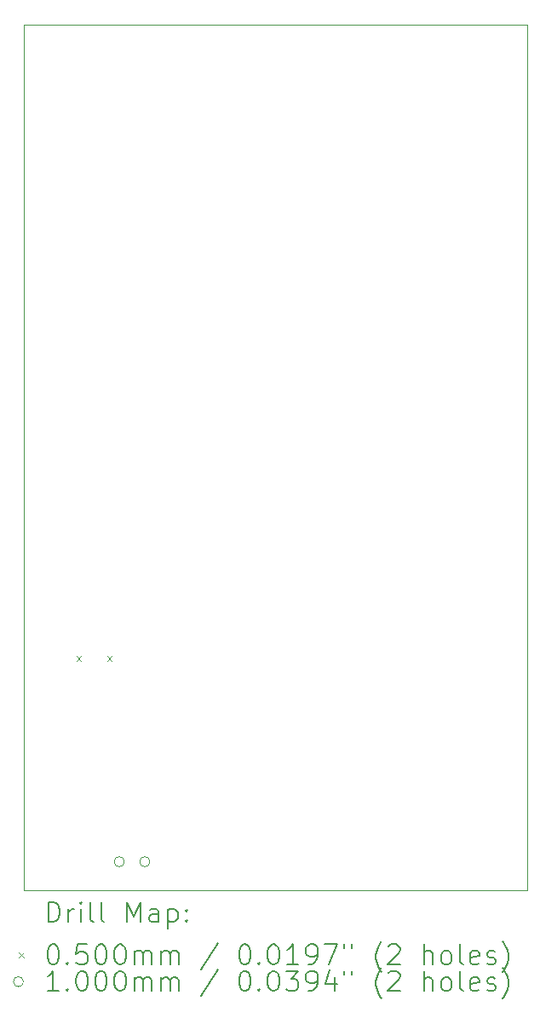
<source format=gbr>
%TF.GenerationSoftware,KiCad,Pcbnew,7.0.1*%
%TF.CreationDate,2023-04-12T14:45:34+09:00*%
%TF.ProjectId,KiCad_SP,4b694361-645f-4535-902e-6b696361645f,rev?*%
%TF.SameCoordinates,PX6422c40PY8a48640*%
%TF.FileFunction,Drillmap*%
%TF.FilePolarity,Positive*%
%FSLAX45Y45*%
G04 Gerber Fmt 4.5, Leading zero omitted, Abs format (unit mm)*
G04 Created by KiCad (PCBNEW 7.0.1) date 2023-04-12 14:45:34*
%MOMM*%
%LPD*%
G01*
G04 APERTURE LIST*
%ADD10C,0.100000*%
%ADD11C,0.200000*%
%ADD12C,0.050000*%
G04 APERTURE END LIST*
D10*
X0Y8600000D02*
X5000000Y8600000D01*
X5000000Y0D01*
X0Y0D01*
X0Y8600000D01*
D11*
D12*
X520000Y2325000D02*
X570000Y2275000D01*
X570000Y2325000D02*
X520000Y2275000D01*
X825000Y2325000D02*
X875000Y2275000D01*
X875000Y2325000D02*
X825000Y2275000D01*
D10*
X997500Y282500D02*
G75*
G03*
X997500Y282500I-50000J0D01*
G01*
X1251500Y282500D02*
G75*
G03*
X1251500Y282500I-50000J0D01*
G01*
D11*
X242619Y-317524D02*
X242619Y-117524D01*
X242619Y-117524D02*
X290238Y-117524D01*
X290238Y-117524D02*
X318810Y-127048D01*
X318810Y-127048D02*
X337857Y-146095D01*
X337857Y-146095D02*
X347381Y-165143D01*
X347381Y-165143D02*
X356905Y-203238D01*
X356905Y-203238D02*
X356905Y-231809D01*
X356905Y-231809D02*
X347381Y-269905D01*
X347381Y-269905D02*
X337857Y-288952D01*
X337857Y-288952D02*
X318810Y-308000D01*
X318810Y-308000D02*
X290238Y-317524D01*
X290238Y-317524D02*
X242619Y-317524D01*
X442619Y-317524D02*
X442619Y-184190D01*
X442619Y-222286D02*
X452143Y-203238D01*
X452143Y-203238D02*
X461667Y-193714D01*
X461667Y-193714D02*
X480714Y-184190D01*
X480714Y-184190D02*
X499762Y-184190D01*
X566429Y-317524D02*
X566429Y-184190D01*
X566429Y-117524D02*
X556905Y-127048D01*
X556905Y-127048D02*
X566429Y-136571D01*
X566429Y-136571D02*
X575952Y-127048D01*
X575952Y-127048D02*
X566429Y-117524D01*
X566429Y-117524D02*
X566429Y-136571D01*
X690238Y-317524D02*
X671190Y-308000D01*
X671190Y-308000D02*
X661667Y-288952D01*
X661667Y-288952D02*
X661667Y-117524D01*
X795000Y-317524D02*
X775952Y-308000D01*
X775952Y-308000D02*
X766428Y-288952D01*
X766428Y-288952D02*
X766428Y-117524D01*
X1023571Y-317524D02*
X1023571Y-117524D01*
X1023571Y-117524D02*
X1090238Y-260381D01*
X1090238Y-260381D02*
X1156905Y-117524D01*
X1156905Y-117524D02*
X1156905Y-317524D01*
X1337857Y-317524D02*
X1337857Y-212762D01*
X1337857Y-212762D02*
X1328333Y-193714D01*
X1328333Y-193714D02*
X1309286Y-184190D01*
X1309286Y-184190D02*
X1271190Y-184190D01*
X1271190Y-184190D02*
X1252143Y-193714D01*
X1337857Y-308000D02*
X1318810Y-317524D01*
X1318810Y-317524D02*
X1271190Y-317524D01*
X1271190Y-317524D02*
X1252143Y-308000D01*
X1252143Y-308000D02*
X1242619Y-288952D01*
X1242619Y-288952D02*
X1242619Y-269905D01*
X1242619Y-269905D02*
X1252143Y-250857D01*
X1252143Y-250857D02*
X1271190Y-241333D01*
X1271190Y-241333D02*
X1318810Y-241333D01*
X1318810Y-241333D02*
X1337857Y-231809D01*
X1433095Y-184190D02*
X1433095Y-384190D01*
X1433095Y-193714D02*
X1452143Y-184190D01*
X1452143Y-184190D02*
X1490238Y-184190D01*
X1490238Y-184190D02*
X1509286Y-193714D01*
X1509286Y-193714D02*
X1518809Y-203238D01*
X1518809Y-203238D02*
X1528333Y-222286D01*
X1528333Y-222286D02*
X1528333Y-279429D01*
X1528333Y-279429D02*
X1518809Y-298476D01*
X1518809Y-298476D02*
X1509286Y-308000D01*
X1509286Y-308000D02*
X1490238Y-317524D01*
X1490238Y-317524D02*
X1452143Y-317524D01*
X1452143Y-317524D02*
X1433095Y-308000D01*
X1614048Y-298476D02*
X1623571Y-308000D01*
X1623571Y-308000D02*
X1614048Y-317524D01*
X1614048Y-317524D02*
X1604524Y-308000D01*
X1604524Y-308000D02*
X1614048Y-298476D01*
X1614048Y-298476D02*
X1614048Y-317524D01*
X1614048Y-193714D02*
X1623571Y-203238D01*
X1623571Y-203238D02*
X1614048Y-212762D01*
X1614048Y-212762D02*
X1604524Y-203238D01*
X1604524Y-203238D02*
X1614048Y-193714D01*
X1614048Y-193714D02*
X1614048Y-212762D01*
D12*
X-55000Y-620000D02*
X-5000Y-670000D01*
X-5000Y-620000D02*
X-55000Y-670000D01*
D11*
X280714Y-537524D02*
X299762Y-537524D01*
X299762Y-537524D02*
X318810Y-547048D01*
X318810Y-547048D02*
X328333Y-556571D01*
X328333Y-556571D02*
X337857Y-575619D01*
X337857Y-575619D02*
X347381Y-613714D01*
X347381Y-613714D02*
X347381Y-661333D01*
X347381Y-661333D02*
X337857Y-699428D01*
X337857Y-699428D02*
X328333Y-718476D01*
X328333Y-718476D02*
X318810Y-728000D01*
X318810Y-728000D02*
X299762Y-737524D01*
X299762Y-737524D02*
X280714Y-737524D01*
X280714Y-737524D02*
X261667Y-728000D01*
X261667Y-728000D02*
X252143Y-718476D01*
X252143Y-718476D02*
X242619Y-699428D01*
X242619Y-699428D02*
X233095Y-661333D01*
X233095Y-661333D02*
X233095Y-613714D01*
X233095Y-613714D02*
X242619Y-575619D01*
X242619Y-575619D02*
X252143Y-556571D01*
X252143Y-556571D02*
X261667Y-547048D01*
X261667Y-547048D02*
X280714Y-537524D01*
X433095Y-718476D02*
X442619Y-728000D01*
X442619Y-728000D02*
X433095Y-737524D01*
X433095Y-737524D02*
X423571Y-728000D01*
X423571Y-728000D02*
X433095Y-718476D01*
X433095Y-718476D02*
X433095Y-737524D01*
X623571Y-537524D02*
X528333Y-537524D01*
X528333Y-537524D02*
X518809Y-632762D01*
X518809Y-632762D02*
X528333Y-623238D01*
X528333Y-623238D02*
X547381Y-613714D01*
X547381Y-613714D02*
X595000Y-613714D01*
X595000Y-613714D02*
X614048Y-623238D01*
X614048Y-623238D02*
X623571Y-632762D01*
X623571Y-632762D02*
X633095Y-651810D01*
X633095Y-651810D02*
X633095Y-699428D01*
X633095Y-699428D02*
X623571Y-718476D01*
X623571Y-718476D02*
X614048Y-728000D01*
X614048Y-728000D02*
X595000Y-737524D01*
X595000Y-737524D02*
X547381Y-737524D01*
X547381Y-737524D02*
X528333Y-728000D01*
X528333Y-728000D02*
X518809Y-718476D01*
X756905Y-537524D02*
X775952Y-537524D01*
X775952Y-537524D02*
X795000Y-547048D01*
X795000Y-547048D02*
X804524Y-556571D01*
X804524Y-556571D02*
X814048Y-575619D01*
X814048Y-575619D02*
X823571Y-613714D01*
X823571Y-613714D02*
X823571Y-661333D01*
X823571Y-661333D02*
X814048Y-699428D01*
X814048Y-699428D02*
X804524Y-718476D01*
X804524Y-718476D02*
X795000Y-728000D01*
X795000Y-728000D02*
X775952Y-737524D01*
X775952Y-737524D02*
X756905Y-737524D01*
X756905Y-737524D02*
X737857Y-728000D01*
X737857Y-728000D02*
X728333Y-718476D01*
X728333Y-718476D02*
X718809Y-699428D01*
X718809Y-699428D02*
X709286Y-661333D01*
X709286Y-661333D02*
X709286Y-613714D01*
X709286Y-613714D02*
X718809Y-575619D01*
X718809Y-575619D02*
X728333Y-556571D01*
X728333Y-556571D02*
X737857Y-547048D01*
X737857Y-547048D02*
X756905Y-537524D01*
X947381Y-537524D02*
X966429Y-537524D01*
X966429Y-537524D02*
X985476Y-547048D01*
X985476Y-547048D02*
X995000Y-556571D01*
X995000Y-556571D02*
X1004524Y-575619D01*
X1004524Y-575619D02*
X1014048Y-613714D01*
X1014048Y-613714D02*
X1014048Y-661333D01*
X1014048Y-661333D02*
X1004524Y-699428D01*
X1004524Y-699428D02*
X995000Y-718476D01*
X995000Y-718476D02*
X985476Y-728000D01*
X985476Y-728000D02*
X966429Y-737524D01*
X966429Y-737524D02*
X947381Y-737524D01*
X947381Y-737524D02*
X928333Y-728000D01*
X928333Y-728000D02*
X918809Y-718476D01*
X918809Y-718476D02*
X909286Y-699428D01*
X909286Y-699428D02*
X899762Y-661333D01*
X899762Y-661333D02*
X899762Y-613714D01*
X899762Y-613714D02*
X909286Y-575619D01*
X909286Y-575619D02*
X918809Y-556571D01*
X918809Y-556571D02*
X928333Y-547048D01*
X928333Y-547048D02*
X947381Y-537524D01*
X1099762Y-737524D02*
X1099762Y-604190D01*
X1099762Y-623238D02*
X1109286Y-613714D01*
X1109286Y-613714D02*
X1128333Y-604190D01*
X1128333Y-604190D02*
X1156905Y-604190D01*
X1156905Y-604190D02*
X1175952Y-613714D01*
X1175952Y-613714D02*
X1185476Y-632762D01*
X1185476Y-632762D02*
X1185476Y-737524D01*
X1185476Y-632762D02*
X1195000Y-613714D01*
X1195000Y-613714D02*
X1214048Y-604190D01*
X1214048Y-604190D02*
X1242619Y-604190D01*
X1242619Y-604190D02*
X1261667Y-613714D01*
X1261667Y-613714D02*
X1271191Y-632762D01*
X1271191Y-632762D02*
X1271191Y-737524D01*
X1366429Y-737524D02*
X1366429Y-604190D01*
X1366429Y-623238D02*
X1375952Y-613714D01*
X1375952Y-613714D02*
X1395000Y-604190D01*
X1395000Y-604190D02*
X1423571Y-604190D01*
X1423571Y-604190D02*
X1442619Y-613714D01*
X1442619Y-613714D02*
X1452143Y-632762D01*
X1452143Y-632762D02*
X1452143Y-737524D01*
X1452143Y-632762D02*
X1461667Y-613714D01*
X1461667Y-613714D02*
X1480714Y-604190D01*
X1480714Y-604190D02*
X1509286Y-604190D01*
X1509286Y-604190D02*
X1528333Y-613714D01*
X1528333Y-613714D02*
X1537857Y-632762D01*
X1537857Y-632762D02*
X1537857Y-737524D01*
X1928333Y-528000D02*
X1756905Y-785143D01*
X2185476Y-537524D02*
X2204524Y-537524D01*
X2204524Y-537524D02*
X2223572Y-547048D01*
X2223572Y-547048D02*
X2233095Y-556571D01*
X2233095Y-556571D02*
X2242619Y-575619D01*
X2242619Y-575619D02*
X2252143Y-613714D01*
X2252143Y-613714D02*
X2252143Y-661333D01*
X2252143Y-661333D02*
X2242619Y-699428D01*
X2242619Y-699428D02*
X2233095Y-718476D01*
X2233095Y-718476D02*
X2223572Y-728000D01*
X2223572Y-728000D02*
X2204524Y-737524D01*
X2204524Y-737524D02*
X2185476Y-737524D01*
X2185476Y-737524D02*
X2166429Y-728000D01*
X2166429Y-728000D02*
X2156905Y-718476D01*
X2156905Y-718476D02*
X2147381Y-699428D01*
X2147381Y-699428D02*
X2137857Y-661333D01*
X2137857Y-661333D02*
X2137857Y-613714D01*
X2137857Y-613714D02*
X2147381Y-575619D01*
X2147381Y-575619D02*
X2156905Y-556571D01*
X2156905Y-556571D02*
X2166429Y-547048D01*
X2166429Y-547048D02*
X2185476Y-537524D01*
X2337857Y-718476D02*
X2347381Y-728000D01*
X2347381Y-728000D02*
X2337857Y-737524D01*
X2337857Y-737524D02*
X2328334Y-728000D01*
X2328334Y-728000D02*
X2337857Y-718476D01*
X2337857Y-718476D02*
X2337857Y-737524D01*
X2471191Y-537524D02*
X2490238Y-537524D01*
X2490238Y-537524D02*
X2509286Y-547048D01*
X2509286Y-547048D02*
X2518810Y-556571D01*
X2518810Y-556571D02*
X2528334Y-575619D01*
X2528334Y-575619D02*
X2537857Y-613714D01*
X2537857Y-613714D02*
X2537857Y-661333D01*
X2537857Y-661333D02*
X2528334Y-699428D01*
X2528334Y-699428D02*
X2518810Y-718476D01*
X2518810Y-718476D02*
X2509286Y-728000D01*
X2509286Y-728000D02*
X2490238Y-737524D01*
X2490238Y-737524D02*
X2471191Y-737524D01*
X2471191Y-737524D02*
X2452143Y-728000D01*
X2452143Y-728000D02*
X2442619Y-718476D01*
X2442619Y-718476D02*
X2433095Y-699428D01*
X2433095Y-699428D02*
X2423572Y-661333D01*
X2423572Y-661333D02*
X2423572Y-613714D01*
X2423572Y-613714D02*
X2433095Y-575619D01*
X2433095Y-575619D02*
X2442619Y-556571D01*
X2442619Y-556571D02*
X2452143Y-547048D01*
X2452143Y-547048D02*
X2471191Y-537524D01*
X2728334Y-737524D02*
X2614048Y-737524D01*
X2671191Y-737524D02*
X2671191Y-537524D01*
X2671191Y-537524D02*
X2652143Y-566095D01*
X2652143Y-566095D02*
X2633095Y-585143D01*
X2633095Y-585143D02*
X2614048Y-594667D01*
X2823572Y-737524D02*
X2861667Y-737524D01*
X2861667Y-737524D02*
X2880714Y-728000D01*
X2880714Y-728000D02*
X2890238Y-718476D01*
X2890238Y-718476D02*
X2909286Y-689905D01*
X2909286Y-689905D02*
X2918810Y-651810D01*
X2918810Y-651810D02*
X2918810Y-575619D01*
X2918810Y-575619D02*
X2909286Y-556571D01*
X2909286Y-556571D02*
X2899762Y-547048D01*
X2899762Y-547048D02*
X2880714Y-537524D01*
X2880714Y-537524D02*
X2842619Y-537524D01*
X2842619Y-537524D02*
X2823572Y-547048D01*
X2823572Y-547048D02*
X2814048Y-556571D01*
X2814048Y-556571D02*
X2804524Y-575619D01*
X2804524Y-575619D02*
X2804524Y-623238D01*
X2804524Y-623238D02*
X2814048Y-642286D01*
X2814048Y-642286D02*
X2823572Y-651810D01*
X2823572Y-651810D02*
X2842619Y-661333D01*
X2842619Y-661333D02*
X2880714Y-661333D01*
X2880714Y-661333D02*
X2899762Y-651810D01*
X2899762Y-651810D02*
X2909286Y-642286D01*
X2909286Y-642286D02*
X2918810Y-623238D01*
X2985476Y-537524D02*
X3118810Y-537524D01*
X3118810Y-537524D02*
X3033095Y-737524D01*
X3185476Y-537524D02*
X3185476Y-575619D01*
X3261667Y-537524D02*
X3261667Y-575619D01*
X3556905Y-813714D02*
X3547381Y-804190D01*
X3547381Y-804190D02*
X3528334Y-775619D01*
X3528334Y-775619D02*
X3518810Y-756571D01*
X3518810Y-756571D02*
X3509286Y-728000D01*
X3509286Y-728000D02*
X3499762Y-680381D01*
X3499762Y-680381D02*
X3499762Y-642286D01*
X3499762Y-642286D02*
X3509286Y-594667D01*
X3509286Y-594667D02*
X3518810Y-566095D01*
X3518810Y-566095D02*
X3528334Y-547048D01*
X3528334Y-547048D02*
X3547381Y-518476D01*
X3547381Y-518476D02*
X3556905Y-508952D01*
X3623572Y-556571D02*
X3633095Y-547048D01*
X3633095Y-547048D02*
X3652143Y-537524D01*
X3652143Y-537524D02*
X3699762Y-537524D01*
X3699762Y-537524D02*
X3718810Y-547048D01*
X3718810Y-547048D02*
X3728334Y-556571D01*
X3728334Y-556571D02*
X3737857Y-575619D01*
X3737857Y-575619D02*
X3737857Y-594667D01*
X3737857Y-594667D02*
X3728334Y-623238D01*
X3728334Y-623238D02*
X3614048Y-737524D01*
X3614048Y-737524D02*
X3737857Y-737524D01*
X3975953Y-737524D02*
X3975953Y-537524D01*
X4061667Y-737524D02*
X4061667Y-632762D01*
X4061667Y-632762D02*
X4052143Y-613714D01*
X4052143Y-613714D02*
X4033096Y-604190D01*
X4033096Y-604190D02*
X4004524Y-604190D01*
X4004524Y-604190D02*
X3985476Y-613714D01*
X3985476Y-613714D02*
X3975953Y-623238D01*
X4185476Y-737524D02*
X4166429Y-728000D01*
X4166429Y-728000D02*
X4156905Y-718476D01*
X4156905Y-718476D02*
X4147381Y-699428D01*
X4147381Y-699428D02*
X4147381Y-642286D01*
X4147381Y-642286D02*
X4156905Y-623238D01*
X4156905Y-623238D02*
X4166429Y-613714D01*
X4166429Y-613714D02*
X4185476Y-604190D01*
X4185476Y-604190D02*
X4214048Y-604190D01*
X4214048Y-604190D02*
X4233096Y-613714D01*
X4233096Y-613714D02*
X4242619Y-623238D01*
X4242619Y-623238D02*
X4252143Y-642286D01*
X4252143Y-642286D02*
X4252143Y-699428D01*
X4252143Y-699428D02*
X4242619Y-718476D01*
X4242619Y-718476D02*
X4233096Y-728000D01*
X4233096Y-728000D02*
X4214048Y-737524D01*
X4214048Y-737524D02*
X4185476Y-737524D01*
X4366429Y-737524D02*
X4347381Y-728000D01*
X4347381Y-728000D02*
X4337858Y-708952D01*
X4337858Y-708952D02*
X4337858Y-537524D01*
X4518810Y-728000D02*
X4499762Y-737524D01*
X4499762Y-737524D02*
X4461667Y-737524D01*
X4461667Y-737524D02*
X4442619Y-728000D01*
X4442619Y-728000D02*
X4433096Y-708952D01*
X4433096Y-708952D02*
X4433096Y-632762D01*
X4433096Y-632762D02*
X4442619Y-613714D01*
X4442619Y-613714D02*
X4461667Y-604190D01*
X4461667Y-604190D02*
X4499762Y-604190D01*
X4499762Y-604190D02*
X4518810Y-613714D01*
X4518810Y-613714D02*
X4528334Y-632762D01*
X4528334Y-632762D02*
X4528334Y-651810D01*
X4528334Y-651810D02*
X4433096Y-670857D01*
X4604524Y-728000D02*
X4623572Y-737524D01*
X4623572Y-737524D02*
X4661667Y-737524D01*
X4661667Y-737524D02*
X4680715Y-728000D01*
X4680715Y-728000D02*
X4690239Y-708952D01*
X4690239Y-708952D02*
X4690239Y-699428D01*
X4690239Y-699428D02*
X4680715Y-680381D01*
X4680715Y-680381D02*
X4661667Y-670857D01*
X4661667Y-670857D02*
X4633096Y-670857D01*
X4633096Y-670857D02*
X4614048Y-661333D01*
X4614048Y-661333D02*
X4604524Y-642286D01*
X4604524Y-642286D02*
X4604524Y-632762D01*
X4604524Y-632762D02*
X4614048Y-613714D01*
X4614048Y-613714D02*
X4633096Y-604190D01*
X4633096Y-604190D02*
X4661667Y-604190D01*
X4661667Y-604190D02*
X4680715Y-613714D01*
X4756905Y-813714D02*
X4766429Y-804190D01*
X4766429Y-804190D02*
X4785477Y-775619D01*
X4785477Y-775619D02*
X4795000Y-756571D01*
X4795000Y-756571D02*
X4804524Y-728000D01*
X4804524Y-728000D02*
X4814048Y-680381D01*
X4814048Y-680381D02*
X4814048Y-642286D01*
X4814048Y-642286D02*
X4804524Y-594667D01*
X4804524Y-594667D02*
X4795000Y-566095D01*
X4795000Y-566095D02*
X4785477Y-547048D01*
X4785477Y-547048D02*
X4766429Y-518476D01*
X4766429Y-518476D02*
X4756905Y-508952D01*
D10*
X-5000Y-909000D02*
G75*
G03*
X-5000Y-909000I-50000J0D01*
G01*
D11*
X347381Y-1001524D02*
X233095Y-1001524D01*
X290238Y-1001524D02*
X290238Y-801524D01*
X290238Y-801524D02*
X271190Y-830095D01*
X271190Y-830095D02*
X252143Y-849143D01*
X252143Y-849143D02*
X233095Y-858667D01*
X433095Y-982476D02*
X442619Y-992000D01*
X442619Y-992000D02*
X433095Y-1001524D01*
X433095Y-1001524D02*
X423571Y-992000D01*
X423571Y-992000D02*
X433095Y-982476D01*
X433095Y-982476D02*
X433095Y-1001524D01*
X566429Y-801524D02*
X585476Y-801524D01*
X585476Y-801524D02*
X604524Y-811048D01*
X604524Y-811048D02*
X614048Y-820571D01*
X614048Y-820571D02*
X623571Y-839619D01*
X623571Y-839619D02*
X633095Y-877714D01*
X633095Y-877714D02*
X633095Y-925333D01*
X633095Y-925333D02*
X623571Y-963428D01*
X623571Y-963428D02*
X614048Y-982476D01*
X614048Y-982476D02*
X604524Y-992000D01*
X604524Y-992000D02*
X585476Y-1001524D01*
X585476Y-1001524D02*
X566429Y-1001524D01*
X566429Y-1001524D02*
X547381Y-992000D01*
X547381Y-992000D02*
X537857Y-982476D01*
X537857Y-982476D02*
X528333Y-963428D01*
X528333Y-963428D02*
X518809Y-925333D01*
X518809Y-925333D02*
X518809Y-877714D01*
X518809Y-877714D02*
X528333Y-839619D01*
X528333Y-839619D02*
X537857Y-820571D01*
X537857Y-820571D02*
X547381Y-811048D01*
X547381Y-811048D02*
X566429Y-801524D01*
X756905Y-801524D02*
X775952Y-801524D01*
X775952Y-801524D02*
X795000Y-811048D01*
X795000Y-811048D02*
X804524Y-820571D01*
X804524Y-820571D02*
X814048Y-839619D01*
X814048Y-839619D02*
X823571Y-877714D01*
X823571Y-877714D02*
X823571Y-925333D01*
X823571Y-925333D02*
X814048Y-963428D01*
X814048Y-963428D02*
X804524Y-982476D01*
X804524Y-982476D02*
X795000Y-992000D01*
X795000Y-992000D02*
X775952Y-1001524D01*
X775952Y-1001524D02*
X756905Y-1001524D01*
X756905Y-1001524D02*
X737857Y-992000D01*
X737857Y-992000D02*
X728333Y-982476D01*
X728333Y-982476D02*
X718809Y-963428D01*
X718809Y-963428D02*
X709286Y-925333D01*
X709286Y-925333D02*
X709286Y-877714D01*
X709286Y-877714D02*
X718809Y-839619D01*
X718809Y-839619D02*
X728333Y-820571D01*
X728333Y-820571D02*
X737857Y-811048D01*
X737857Y-811048D02*
X756905Y-801524D01*
X947381Y-801524D02*
X966429Y-801524D01*
X966429Y-801524D02*
X985476Y-811048D01*
X985476Y-811048D02*
X995000Y-820571D01*
X995000Y-820571D02*
X1004524Y-839619D01*
X1004524Y-839619D02*
X1014048Y-877714D01*
X1014048Y-877714D02*
X1014048Y-925333D01*
X1014048Y-925333D02*
X1004524Y-963428D01*
X1004524Y-963428D02*
X995000Y-982476D01*
X995000Y-982476D02*
X985476Y-992000D01*
X985476Y-992000D02*
X966429Y-1001524D01*
X966429Y-1001524D02*
X947381Y-1001524D01*
X947381Y-1001524D02*
X928333Y-992000D01*
X928333Y-992000D02*
X918809Y-982476D01*
X918809Y-982476D02*
X909286Y-963428D01*
X909286Y-963428D02*
X899762Y-925333D01*
X899762Y-925333D02*
X899762Y-877714D01*
X899762Y-877714D02*
X909286Y-839619D01*
X909286Y-839619D02*
X918809Y-820571D01*
X918809Y-820571D02*
X928333Y-811048D01*
X928333Y-811048D02*
X947381Y-801524D01*
X1099762Y-1001524D02*
X1099762Y-868190D01*
X1099762Y-887238D02*
X1109286Y-877714D01*
X1109286Y-877714D02*
X1128333Y-868190D01*
X1128333Y-868190D02*
X1156905Y-868190D01*
X1156905Y-868190D02*
X1175952Y-877714D01*
X1175952Y-877714D02*
X1185476Y-896762D01*
X1185476Y-896762D02*
X1185476Y-1001524D01*
X1185476Y-896762D02*
X1195000Y-877714D01*
X1195000Y-877714D02*
X1214048Y-868190D01*
X1214048Y-868190D02*
X1242619Y-868190D01*
X1242619Y-868190D02*
X1261667Y-877714D01*
X1261667Y-877714D02*
X1271191Y-896762D01*
X1271191Y-896762D02*
X1271191Y-1001524D01*
X1366429Y-1001524D02*
X1366429Y-868190D01*
X1366429Y-887238D02*
X1375952Y-877714D01*
X1375952Y-877714D02*
X1395000Y-868190D01*
X1395000Y-868190D02*
X1423571Y-868190D01*
X1423571Y-868190D02*
X1442619Y-877714D01*
X1442619Y-877714D02*
X1452143Y-896762D01*
X1452143Y-896762D02*
X1452143Y-1001524D01*
X1452143Y-896762D02*
X1461667Y-877714D01*
X1461667Y-877714D02*
X1480714Y-868190D01*
X1480714Y-868190D02*
X1509286Y-868190D01*
X1509286Y-868190D02*
X1528333Y-877714D01*
X1528333Y-877714D02*
X1537857Y-896762D01*
X1537857Y-896762D02*
X1537857Y-1001524D01*
X1928333Y-792000D02*
X1756905Y-1049143D01*
X2185476Y-801524D02*
X2204524Y-801524D01*
X2204524Y-801524D02*
X2223572Y-811048D01*
X2223572Y-811048D02*
X2233095Y-820571D01*
X2233095Y-820571D02*
X2242619Y-839619D01*
X2242619Y-839619D02*
X2252143Y-877714D01*
X2252143Y-877714D02*
X2252143Y-925333D01*
X2252143Y-925333D02*
X2242619Y-963428D01*
X2242619Y-963428D02*
X2233095Y-982476D01*
X2233095Y-982476D02*
X2223572Y-992000D01*
X2223572Y-992000D02*
X2204524Y-1001524D01*
X2204524Y-1001524D02*
X2185476Y-1001524D01*
X2185476Y-1001524D02*
X2166429Y-992000D01*
X2166429Y-992000D02*
X2156905Y-982476D01*
X2156905Y-982476D02*
X2147381Y-963428D01*
X2147381Y-963428D02*
X2137857Y-925333D01*
X2137857Y-925333D02*
X2137857Y-877714D01*
X2137857Y-877714D02*
X2147381Y-839619D01*
X2147381Y-839619D02*
X2156905Y-820571D01*
X2156905Y-820571D02*
X2166429Y-811048D01*
X2166429Y-811048D02*
X2185476Y-801524D01*
X2337857Y-982476D02*
X2347381Y-992000D01*
X2347381Y-992000D02*
X2337857Y-1001524D01*
X2337857Y-1001524D02*
X2328334Y-992000D01*
X2328334Y-992000D02*
X2337857Y-982476D01*
X2337857Y-982476D02*
X2337857Y-1001524D01*
X2471191Y-801524D02*
X2490238Y-801524D01*
X2490238Y-801524D02*
X2509286Y-811048D01*
X2509286Y-811048D02*
X2518810Y-820571D01*
X2518810Y-820571D02*
X2528334Y-839619D01*
X2528334Y-839619D02*
X2537857Y-877714D01*
X2537857Y-877714D02*
X2537857Y-925333D01*
X2537857Y-925333D02*
X2528334Y-963428D01*
X2528334Y-963428D02*
X2518810Y-982476D01*
X2518810Y-982476D02*
X2509286Y-992000D01*
X2509286Y-992000D02*
X2490238Y-1001524D01*
X2490238Y-1001524D02*
X2471191Y-1001524D01*
X2471191Y-1001524D02*
X2452143Y-992000D01*
X2452143Y-992000D02*
X2442619Y-982476D01*
X2442619Y-982476D02*
X2433095Y-963428D01*
X2433095Y-963428D02*
X2423572Y-925333D01*
X2423572Y-925333D02*
X2423572Y-877714D01*
X2423572Y-877714D02*
X2433095Y-839619D01*
X2433095Y-839619D02*
X2442619Y-820571D01*
X2442619Y-820571D02*
X2452143Y-811048D01*
X2452143Y-811048D02*
X2471191Y-801524D01*
X2604524Y-801524D02*
X2728334Y-801524D01*
X2728334Y-801524D02*
X2661667Y-877714D01*
X2661667Y-877714D02*
X2690238Y-877714D01*
X2690238Y-877714D02*
X2709286Y-887238D01*
X2709286Y-887238D02*
X2718810Y-896762D01*
X2718810Y-896762D02*
X2728334Y-915809D01*
X2728334Y-915809D02*
X2728334Y-963428D01*
X2728334Y-963428D02*
X2718810Y-982476D01*
X2718810Y-982476D02*
X2709286Y-992000D01*
X2709286Y-992000D02*
X2690238Y-1001524D01*
X2690238Y-1001524D02*
X2633095Y-1001524D01*
X2633095Y-1001524D02*
X2614048Y-992000D01*
X2614048Y-992000D02*
X2604524Y-982476D01*
X2823572Y-1001524D02*
X2861667Y-1001524D01*
X2861667Y-1001524D02*
X2880714Y-992000D01*
X2880714Y-992000D02*
X2890238Y-982476D01*
X2890238Y-982476D02*
X2909286Y-953905D01*
X2909286Y-953905D02*
X2918810Y-915809D01*
X2918810Y-915809D02*
X2918810Y-839619D01*
X2918810Y-839619D02*
X2909286Y-820571D01*
X2909286Y-820571D02*
X2899762Y-811048D01*
X2899762Y-811048D02*
X2880714Y-801524D01*
X2880714Y-801524D02*
X2842619Y-801524D01*
X2842619Y-801524D02*
X2823572Y-811048D01*
X2823572Y-811048D02*
X2814048Y-820571D01*
X2814048Y-820571D02*
X2804524Y-839619D01*
X2804524Y-839619D02*
X2804524Y-887238D01*
X2804524Y-887238D02*
X2814048Y-906286D01*
X2814048Y-906286D02*
X2823572Y-915809D01*
X2823572Y-915809D02*
X2842619Y-925333D01*
X2842619Y-925333D02*
X2880714Y-925333D01*
X2880714Y-925333D02*
X2899762Y-915809D01*
X2899762Y-915809D02*
X2909286Y-906286D01*
X2909286Y-906286D02*
X2918810Y-887238D01*
X3090238Y-868190D02*
X3090238Y-1001524D01*
X3042619Y-792000D02*
X2995000Y-934857D01*
X2995000Y-934857D02*
X3118810Y-934857D01*
X3185476Y-801524D02*
X3185476Y-839619D01*
X3261667Y-801524D02*
X3261667Y-839619D01*
X3556905Y-1077714D02*
X3547381Y-1068190D01*
X3547381Y-1068190D02*
X3528334Y-1039619D01*
X3528334Y-1039619D02*
X3518810Y-1020571D01*
X3518810Y-1020571D02*
X3509286Y-992000D01*
X3509286Y-992000D02*
X3499762Y-944381D01*
X3499762Y-944381D02*
X3499762Y-906286D01*
X3499762Y-906286D02*
X3509286Y-858667D01*
X3509286Y-858667D02*
X3518810Y-830095D01*
X3518810Y-830095D02*
X3528334Y-811048D01*
X3528334Y-811048D02*
X3547381Y-782476D01*
X3547381Y-782476D02*
X3556905Y-772952D01*
X3623572Y-820571D02*
X3633095Y-811048D01*
X3633095Y-811048D02*
X3652143Y-801524D01*
X3652143Y-801524D02*
X3699762Y-801524D01*
X3699762Y-801524D02*
X3718810Y-811048D01*
X3718810Y-811048D02*
X3728334Y-820571D01*
X3728334Y-820571D02*
X3737857Y-839619D01*
X3737857Y-839619D02*
X3737857Y-858667D01*
X3737857Y-858667D02*
X3728334Y-887238D01*
X3728334Y-887238D02*
X3614048Y-1001524D01*
X3614048Y-1001524D02*
X3737857Y-1001524D01*
X3975953Y-1001524D02*
X3975953Y-801524D01*
X4061667Y-1001524D02*
X4061667Y-896762D01*
X4061667Y-896762D02*
X4052143Y-877714D01*
X4052143Y-877714D02*
X4033096Y-868190D01*
X4033096Y-868190D02*
X4004524Y-868190D01*
X4004524Y-868190D02*
X3985476Y-877714D01*
X3985476Y-877714D02*
X3975953Y-887238D01*
X4185476Y-1001524D02*
X4166429Y-992000D01*
X4166429Y-992000D02*
X4156905Y-982476D01*
X4156905Y-982476D02*
X4147381Y-963428D01*
X4147381Y-963428D02*
X4147381Y-906286D01*
X4147381Y-906286D02*
X4156905Y-887238D01*
X4156905Y-887238D02*
X4166429Y-877714D01*
X4166429Y-877714D02*
X4185476Y-868190D01*
X4185476Y-868190D02*
X4214048Y-868190D01*
X4214048Y-868190D02*
X4233096Y-877714D01*
X4233096Y-877714D02*
X4242619Y-887238D01*
X4242619Y-887238D02*
X4252143Y-906286D01*
X4252143Y-906286D02*
X4252143Y-963428D01*
X4252143Y-963428D02*
X4242619Y-982476D01*
X4242619Y-982476D02*
X4233096Y-992000D01*
X4233096Y-992000D02*
X4214048Y-1001524D01*
X4214048Y-1001524D02*
X4185476Y-1001524D01*
X4366429Y-1001524D02*
X4347381Y-992000D01*
X4347381Y-992000D02*
X4337858Y-972952D01*
X4337858Y-972952D02*
X4337858Y-801524D01*
X4518810Y-992000D02*
X4499762Y-1001524D01*
X4499762Y-1001524D02*
X4461667Y-1001524D01*
X4461667Y-1001524D02*
X4442619Y-992000D01*
X4442619Y-992000D02*
X4433096Y-972952D01*
X4433096Y-972952D02*
X4433096Y-896762D01*
X4433096Y-896762D02*
X4442619Y-877714D01*
X4442619Y-877714D02*
X4461667Y-868190D01*
X4461667Y-868190D02*
X4499762Y-868190D01*
X4499762Y-868190D02*
X4518810Y-877714D01*
X4518810Y-877714D02*
X4528334Y-896762D01*
X4528334Y-896762D02*
X4528334Y-915809D01*
X4528334Y-915809D02*
X4433096Y-934857D01*
X4604524Y-992000D02*
X4623572Y-1001524D01*
X4623572Y-1001524D02*
X4661667Y-1001524D01*
X4661667Y-1001524D02*
X4680715Y-992000D01*
X4680715Y-992000D02*
X4690239Y-972952D01*
X4690239Y-972952D02*
X4690239Y-963428D01*
X4690239Y-963428D02*
X4680715Y-944381D01*
X4680715Y-944381D02*
X4661667Y-934857D01*
X4661667Y-934857D02*
X4633096Y-934857D01*
X4633096Y-934857D02*
X4614048Y-925333D01*
X4614048Y-925333D02*
X4604524Y-906286D01*
X4604524Y-906286D02*
X4604524Y-896762D01*
X4604524Y-896762D02*
X4614048Y-877714D01*
X4614048Y-877714D02*
X4633096Y-868190D01*
X4633096Y-868190D02*
X4661667Y-868190D01*
X4661667Y-868190D02*
X4680715Y-877714D01*
X4756905Y-1077714D02*
X4766429Y-1068190D01*
X4766429Y-1068190D02*
X4785477Y-1039619D01*
X4785477Y-1039619D02*
X4795000Y-1020571D01*
X4795000Y-1020571D02*
X4804524Y-992000D01*
X4804524Y-992000D02*
X4814048Y-944381D01*
X4814048Y-944381D02*
X4814048Y-906286D01*
X4814048Y-906286D02*
X4804524Y-858667D01*
X4804524Y-858667D02*
X4795000Y-830095D01*
X4795000Y-830095D02*
X4785477Y-811048D01*
X4785477Y-811048D02*
X4766429Y-782476D01*
X4766429Y-782476D02*
X4756905Y-772952D01*
M02*

</source>
